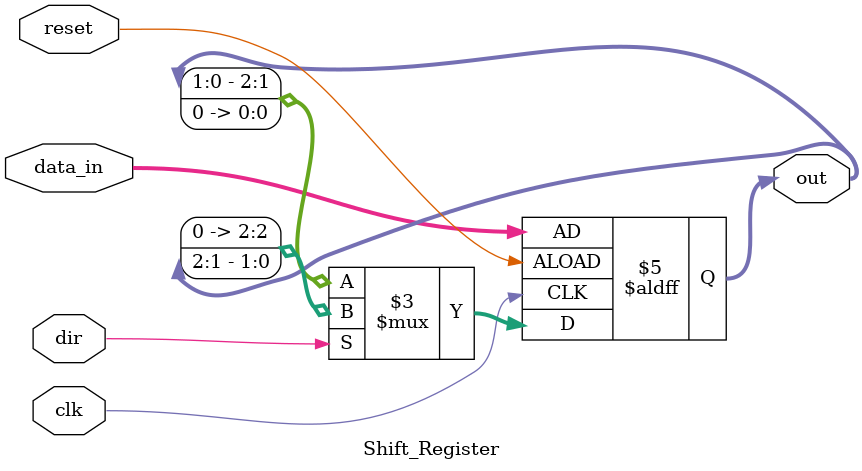
<source format=v>
module Shift_Register (
    input clk, reset, dir, // dir = 1 for right, 0 for left
    input [2:0] data_in,
    output reg [2:0] out
);
    always @(posedge clk or posedge reset) begin
        if (reset)
            out <= data_in;
        else if (dir)
            out <= {1'b0, out[2:1]};
        else
            out <= {out[1:0], 1'b0};
    end
endmodule

</source>
